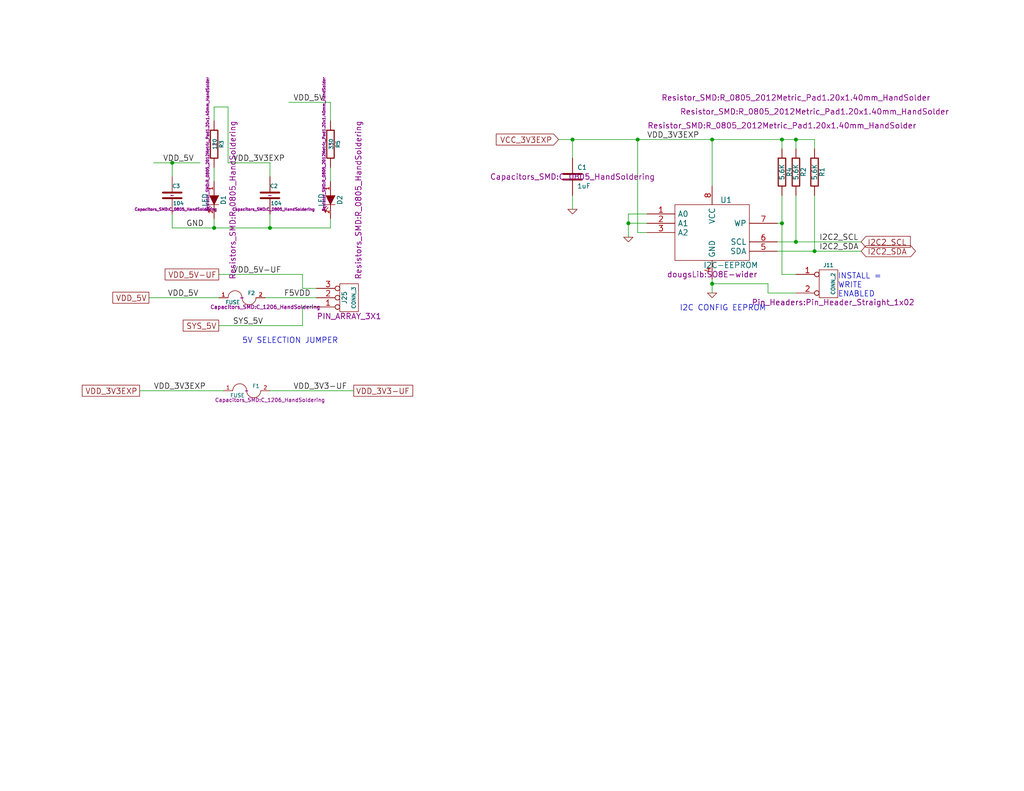
<source format=kicad_sch>
(kicad_sch (version 20211123) (generator eeschema)
  (paper "A")
  (title_block (title "BeagleBone Cape Baseline") (date "24 feb 2015") (rev "X4") (company "Doug Gilliland <doug@douglasgilliland.com>") (comment 1 "https://github.com/douggilliland/"))
  (lib_symbols
    (symbol "BBB-GVS-4-rescue:C-RESCUE-BBB-GVS-3" (pin_numbers hide) (pin_names (offset 0.254))
      (property "Reference" "C" (at 1.27 2.54 0))
      (property "Value" "C-RESCUE-BBB-GVS-3" (at 1.27 -2.54 0))
      (symbol "C-RESCUE-BBB-GVS-3_0_1"
        (polyline (pts (xy -2.54 -0.762) (xy 2.54 -0.762)) (stroke (width 0.508)))
        (polyline (pts (xy -2.54 0.762) (xy 2.54 0.762)) (stroke (width 0.508)))
      )
      (symbol "C-RESCUE-BBB-GVS-3_1_1"
        (pin passive line (at 0 5.08 270) (length 4.318) (name "~") (number "1"))
        (pin passive line (at 0 -5.08 90) (length 4.318) (name "~") (number "2"))
      )
    )
    (symbol "BBB-GVS-4-rescue:CONN_2" (pin_names (offset 1.016) hide)
      (property "Reference" "P" (at -1.27 0 90))
      (property "Value" "CONN_2" (at 1.27 0 90))
      (symbol "CONN_2_0_1"
        (rectangle (start -2.54 3.81) (end 2.54 -3.81))
      )
      (symbol "CONN_2_1_1"
        (pin passive inverted (at -8.89 2.54 0) (length 6.35) (name "P1") (number "1"))
        (pin passive inverted (at -8.89 -2.54 0) (length 6.35) (name "PM") (number "2"))
      )
    )
    (symbol "BBB-GVS-4-rescue:CONN_3" (pin_names (offset 1.016) hide)
      (property "Reference" "K" (at -1.27 0 90))
      (property "Value" "CONN_3" (at 1.27 0 90))
      (symbol "CONN_3_0_1"
        (rectangle (start -2.54 3.81) (end 2.54 -3.81))
      )
      (symbol "CONN_3_1_1"
        (pin passive inverted (at -8.89 2.54 0) (length 6.35) (name "P1") (number "1"))
        (pin passive inverted (at -8.89 0 0) (length 6.35) (name "PM") (number "2"))
        (pin passive inverted (at -8.89 -2.54 0) (length 6.35) (name "P3") (number "3"))
      )
    )
    (symbol "BBB-GVS-4-rescue:FUSE" (pin_names (offset 0.254))
      (property "Reference" "F" (at 2.54 1.27 0))
      (property "Value" "FUSE" (at -2.54 -1.27 0))
      (symbol "FUSE_0_1"
        (arc (start 0 0) (mid -1.905 1.905) (end -3.81 0))
        (arc (start 0 0) (mid 1.905 -1.905) (end 3.81 0))
      )
      (symbol "FUSE_1_1"
        (pin input line (at -6.35 0 0) (length 2.54) (name "~") (number "1"))
        (pin input line (at 6.35 0 180) (length 2.54) (name "~") (number "2"))
      )
    )
    (symbol "BBB-GVS-4-rescue:GND-RESCUE-BBB-GVS-3" (power) (pin_names (offset 0))
      (symbol "GND-RESCUE-BBB-GVS-3_0_1"
        (polyline (pts (xy -1.27 0) (xy 0 -1.27) (xy 1.27 0) (xy -1.27 0)))
      )
      (symbol "GND-RESCUE-BBB-GVS-3_1_1"
        (pin power_in line (at 0 0 90) (length 0) hide (name "GND") (number "1"))
      )
    )
    (symbol "BBB-GVS-4-rescue:I2C-EEPROM" (pin_names (offset 0.762))
      (property "Reference" "U" (at 3.81 8.89 0))
      (property "Value" "I2C-EEPROM" (at 8.89 -8.89 0))
      (symbol "I2C-EEPROM_0_0"
        (pin power_in line (at 0 -12.7 90) (length 5.08) (name "GND") (number "4"))
        (pin power_in line (at 0 12.7 270) (length 5.08) (name "VCC") (number "8"))
      )
      (symbol "I2C-EEPROM_0_1"
        (rectangle (start -10.16 -7.62) (end 10.16 7.62))
      )
      (symbol "I2C-EEPROM_1_1"
        (pin input line (at -17.78 5.08 0) (length 7.62) (name "A0") (number "1"))
        (pin input line (at -17.78 2.54 0) (length 7.62) (name "A1") (number "2"))
        (pin input line (at -17.78 0 0) (length 7.62) (name "A2") (number "3"))
        (pin bidirectional line (at 17.78 -5.08 180) (length 7.62) (name "SDA") (number "5"))
        (pin input line (at 17.78 -2.54 180) (length 7.62) (name "SCL") (number "6"))
        (pin input line (at 17.78 2.54 180) (length 7.62) (name "WP") (number "7"))
      )
    )
    (symbol "BBB-GVS-4-rescue:LED-RESCUE-BBB-GVS-3" (pin_names (offset 1.016) hide)
      (property "Reference" "D" (at 0 2.54 0))
      (property "Value" "LED-RESCUE-BBB-GVS-3" (at 0 -2.54 0))
      (symbol "LED-RESCUE-BBB-GVS-3_0_1"
        (polyline (pts (xy 1.27 1.27) (xy 1.27 -1.27)))
        (polyline (pts (xy -1.27 1.27) (xy 1.27 0) (xy -1.27 -1.27)) (fill (type outline)))
        (polyline (pts (xy 1.651 -1.016) (xy 2.794 -2.032) (xy 2.667 -1.397)))
        (polyline (pts (xy 2.032 -0.635) (xy 3.175 -1.651) (xy 3.048 -1.016)))
      )
      (symbol "LED-RESCUE-BBB-GVS-3_1_1"
        (pin passive line (at -5.08 0 0) (length 3.81) (name "A") (number "1"))
        (pin passive line (at 5.08 0 180) (length 3.81) (name "K") (number "2"))
      )
    )
    (symbol "BBB-GVS-4-rescue:R-RESCUE-BBB-GVS-3" (pin_numbers hide) (pin_names (offset 0))
      (property "Reference" "R" (at 2.032 0 90))
      (property "Value" "R-RESCUE-BBB-GVS-3" (at 0 0 90))
      (symbol "R-RESCUE-BBB-GVS-3_0_1"
        (rectangle (start -1.016 3.81) (end 1.016 -3.81) (stroke (width 0.3048)))
      )
      (symbol "R-RESCUE-BBB-GVS-3_1_1"
        (pin passive line (at 0 6.35 270) (length 2.54) (name "~") (number "1"))
        (pin passive line (at 0 -6.35 90) (length 2.54) (name "~") (number "2"))
      )
    )
  )
  (junction (at 194.31 38.1))
  (junction (at 217.17 38.1))
  (junction (at 213.36 60.96))
  (junction (at 194.31 77.47))
  (junction (at 173.99 38.1))
  (junction (at 213.36 38.1))
  (junction (at 217.17 66.04))
  (junction (at 73.66 62.23))
  (junction (at 171.45 60.96))
  (junction (at 46.99 44.45))
  (junction (at 156.21 38.1))
  (junction (at 58.42 62.23))
  (junction (at 222.25 68.58))
  (wire (pts (xy 62.23 44.45) (xy 73.66 44.45)))
  (wire (pts (xy 194.31 76.2) (xy 194.31 77.47)))
  (wire (pts (xy 213.36 74.93) (xy 217.17 74.93)))
  (wire (pts (xy 73.66 62.23) (xy 90.17 62.23)))
  (wire (pts (xy 58.42 62.23) (xy 73.66 62.23)))
  (wire (pts (xy 38.1 106.68) (xy 60.96 106.68)))
  (wire (pts (xy 176.53 58.42) (xy 171.45 58.42)))
  (wire (pts (xy 62.23 29.21) (xy 58.42 29.21)))
  (wire (pts (xy 173.99 38.1) (xy 194.31 38.1)))
  (wire (pts (xy 82.55 88.9) (xy 59.69 88.9)))
  (wire (pts (xy 62.23 44.45) (xy 62.23 29.21)))
  (wire (pts (xy 171.45 58.42) (xy 171.45 60.96)))
  (wire (pts (xy 209.55 80.01) (xy 217.17 80.01)))
  (wire (pts (xy 73.66 62.23) (xy 73.66 58.42)))
  (wire (pts (xy 212.09 68.58) (xy 222.25 68.58)))
  (wire (pts (xy 82.55 74.93) (xy 59.69 74.93)))
  (wire (pts (xy 213.36 40.64) (xy 213.36 38.1)))
  (wire (pts (xy 194.31 77.47) (xy 209.55 77.47)))
  (wire (pts (xy 176.53 60.96) (xy 171.45 60.96)))
  (wire (pts (xy 152.4 38.1) (xy 156.21 38.1)))
  (wire (pts (xy 156.21 53.34) (xy 156.21 57.15)))
  (wire (pts (xy 171.45 60.96) (xy 171.45 64.77)))
  (wire (pts (xy 82.55 83.82) (xy 82.55 88.9)))
  (wire (pts (xy 90.17 45.72) (xy 90.17 49.53)))
  (wire (pts (xy 86.36 78.74) (xy 82.55 78.74)))
  (wire (pts (xy 46.99 44.45) (xy 46.99 48.26)))
  (wire (pts (xy 41.91 44.45) (xy 46.99 44.45)))
  (wire (pts (xy 58.42 62.23) (xy 58.42 59.69)))
  (wire (pts (xy 217.17 40.64) (xy 217.17 38.1)))
  (wire (pts (xy 176.53 63.5) (xy 173.99 63.5)))
  (wire (pts (xy 217.17 53.34) (xy 217.17 66.04)))
  (wire (pts (xy 213.36 60.96) (xy 213.36 74.93)))
  (wire (pts (xy 194.31 50.8) (xy 194.31 38.1)))
  (wire (pts (xy 217.17 38.1) (xy 222.25 38.1)))
  (wire (pts (xy 73.66 106.68) (xy 96.52 106.68)))
  (wire (pts (xy 46.99 44.45) (xy 54.61 44.45)))
  (wire (pts (xy 86.36 83.82) (xy 82.55 83.82)))
  (wire (pts (xy 73.66 44.45) (xy 73.66 48.26)))
  (wire (pts (xy 194.31 77.47) (xy 194.31 80.01)))
  (wire (pts (xy 222.25 53.34) (xy 222.25 68.58)))
  (wire (pts (xy 156.21 38.1) (xy 173.99 38.1)))
  (wire (pts (xy 90.17 27.94) (xy 90.17 33.02)))
  (wire (pts (xy 217.17 66.04) (xy 234.95 66.04)))
  (wire (pts (xy 156.21 38.1) (xy 156.21 43.18)))
  (wire (pts (xy 212.09 66.04) (xy 217.17 66.04)))
  (wire (pts (xy 213.36 38.1) (xy 217.17 38.1)))
  (wire (pts (xy 222.25 68.58) (xy 234.95 68.58)))
  (wire (pts (xy 40.64 81.28) (xy 59.69 81.28)))
  (wire (pts (xy 46.99 62.23) (xy 58.42 62.23)))
  (wire (pts (xy 173.99 63.5) (xy 173.99 38.1)))
  (wire (pts (xy 82.55 78.74) (xy 82.55 74.93)))
  (wire (pts (xy 58.42 33.02) (xy 58.42 29.21)))
  (wire (pts (xy 58.42 45.72) (xy 58.42 49.53)))
  (wire (pts (xy 209.55 77.47) (xy 209.55 80.01)))
  (wire (pts (xy 90.17 62.23) (xy 90.17 59.69)))
  (wire (pts (xy 46.99 58.42) (xy 46.99 62.23)))
  (wire (pts (xy 212.09 60.96) (xy 213.36 60.96)))
  (wire (pts (xy 222.25 38.1) (xy 222.25 40.64)))
  (wire (pts (xy 213.36 53.34) (xy 213.36 60.96)))
  (wire (pts (xy 78.74 27.94) (xy 90.17 27.94)))
  (wire (pts (xy 86.36 81.28) (xy 72.39 81.28)))
  (wire (pts (xy 194.31 38.1) (xy 213.36 38.1)))
  (text "I2C CONFIG EEPROM" (at 185.42 85.09 0) (effects (font (size 1.524 1.524)) (justify left bottom)))
  (text "5V SELECTION JUMPER" (at 66.04 93.98 0) (effects (font (size 1.524 1.524)) (justify left bottom)))
  (text "INSTALL = \nWRITE \nENABLED" (at 228.6 81.28 0) (effects (font (size 1.524 1.524)) (justify left bottom)))
  (label "VDD_5V" (at 80.01 27.94 0) (effects (font (size 1.524 1.524))))
  (label "I2C2_SCL" (at 223.52 66.04 0) (effects (font (size 1.524 1.524))))
  (label "VDD_3V3EXP" (at 176.53 38.1 0) (effects (font (size 1.524 1.524))))
  (label "VDD_5V" (at 44.45 44.45 0) (effects (font (size 1.524 1.524))))
  (label "VDD_3V3-UF" (at 80.01 106.68 0) (effects (font (size 1.524 1.524))))
  (label "VDD_5V" (at 45.72 81.28 0) (effects (font (size 1.524 1.524))))
  (label "VDD_3V3EXP" (at 63.5 44.45 0) (effects (font (size 1.524 1.524))))
  (label "SYS_5V" (at 63.5 88.9 0) (effects (font (size 1.524 1.524))))
  (label "GND" (at 50.8 62.23 0) (effects (font (size 1.524 1.524))))
  (label "F5VDD" (at 77.47 81.28 0) (effects (font (size 1.524 1.524))))
  (label "I2C2_SDA" (at 223.52 68.58 0) (effects (font (size 1.524 1.524))))
  (label "VDD_5V-UF" (at 63.5 74.93 0) (effects (font (size 1.524 1.524))))
  (label "VDD_3V3EXP" (at 41.91 106.68 0) (effects (font (size 1.524 1.524))))
  (global_label "I2C2_SDA" (shape bidirectional) (at 234.95 68.58 0) (effects (font (size 1.524 1.524))) (property "Intersheet References" "${INTERSHEET_REFS}" (effects hide)))
  (global_label "VDD_5V" (shape passive) (at 40.64 81.28 180) (effects (font (size 1.524 1.524))) (property "Intersheet References" "${INTERSHEET_REFS}" (effects hide)))
  (global_label "I2C2_SCL" (shape input) (at 234.95 66.04 0) (effects (font (size 1.524 1.524))) (property "Intersheet References" "${INTERSHEET_REFS}" (effects hide)))
  (global_label "VDD_3V3-UF" (shape passive) (at 96.52 106.68 0) (effects (font (size 1.524 1.524))) (property "Intersheet References" "${INTERSHEET_REFS}" (effects hide)))
  (global_label "VCC_3V3EXP" (shape input) (at 152.4 38.1 180) (effects (font (size 1.524 1.524))) (property "Intersheet References" "${INTERSHEET_REFS}" (effects hide)))
  (global_label "VDD_5V-UF" (shape passive) (at 59.69 74.93 180) (effects (font (size 1.524 1.524))) (property "Intersheet References" "${INTERSHEET_REFS}" (effects hide)))
  (global_label "VDD_3V3EXP" (shape passive) (at 38.1 106.68 180) (effects (font (size 1.524 1.524))) (property "Intersheet References" "${INTERSHEET_REFS}" (effects hide)))
  (global_label "SYS_5V" (shape passive) (at 59.69 88.9 180) (effects (font (size 1.524 1.524))) (property "Intersheet References" "${INTERSHEET_REFS}" (effects hide)))
  (symbol (lib_id "BBB-GVS-4-rescue:R-RESCUE-BBB-GVS-3") (at 217.17 46.99 0) (unit 1)
    (property "Reference" "R2" (at 219.202 46.99 90))
    (property "Value" "5.6K" (at 217.17 46.99 90))
    (property "Footprint" "Resistor_SMD:R_0805_2012Metric_Pad1.20x1.40mm_HandSolder" (at 217.17 26.67 0) (effects (font (size 1.524 1.524))))
  )
  (symbol (lib_id "BBB-GVS-4-rescue:R-RESCUE-BBB-GVS-3") (at 222.25 46.99 0) (unit 1)
    (property "Reference" "R1" (at 224.282 46.99 90))
    (property "Value" "5.6K" (at 222.25 46.99 90))
    (property "Footprint" "Resistor_SMD:R_0805_2012Metric_Pad1.20x1.40mm_HandSolder" (at 222.25 30.48 0) (effects (font (size 1.524 1.524))))
  )
  (symbol (lib_id "BBB-GVS-4-rescue:C-RESCUE-BBB-GVS-3") (at 156.21 48.26 0) (unit 1)
    (property "Reference" "C1" (at 157.48 45.72 0) (effects (justify left)))
    (property "Value" "1uF" (at 157.48 50.8 0) (effects (justify left)))
    (property "Footprint" "Capacitors_SMD:C_0805_HandSoldering" (at 156.21 48.26 0) (effects (font (size 1.524 1.524))))
  )
  (symbol (lib_id "BBB-GVS-4-rescue:FUSE") (at 66.04 81.28 0) (unit 1)
    (property "Reference" "F2" (at 68.58 80.01 0) (effects (font (size 1.016 1.016))))
    (property "Value" "FUSE" (at 63.5 82.55 0) (effects (font (size 1.016 1.016))))
    (property "Footprint" "Capacitors_SMD:C_1206_HandSoldering" (at 72.39 83.82 0) (effects (font (size 1.016 1.016))))
    (property "Datasheet" "~" (at 66.04 81.28 0) (effects (font (size 1.524 1.524))))
  )
  (symbol (lib_id "BBB-GVS-4-rescue:C-RESCUE-BBB-GVS-3") (at 46.99 53.34 0) (unit 1)
    (property "Reference" "C3" (at 46.99 50.8 0) (effects (font (size 1.016 1.016)) (justify left)))
    (property "Value" "104" (at 47.1424 55.499 0) (effects (font (size 1.016 1.016)) (justify left)))
    (property "Footprint" "Capacitors_SMD:C_0805_HandSoldering" (at 47.9552 57.15 0) (effects (font (size 0.762 0.762))))
    (property "Datasheet" "~" (at 46.99 53.34 0) (effects (font (size 1.524 1.524))))
  )
  (symbol (lib_id "BBB-GVS-4-rescue:C-RESCUE-BBB-GVS-3") (at 73.66 53.34 0) (unit 1)
    (property "Reference" "C2" (at 73.66 50.8 0) (effects (font (size 1.016 1.016)) (justify left)))
    (property "Value" "104" (at 73.8124 55.499 0) (effects (font (size 1.016 1.016)) (justify left)))
    (property "Footprint" "Capacitors_SMD:C_0805_HandSoldering" (at 74.6252 57.15 0) (effects (font (size 0.762 0.762))))
    (property "Datasheet" "~" (at 73.66 53.34 0) (effects (font (size 1.524 1.524))))
  )
  (symbol (lib_id "BBB-GVS-4-rescue:LED-RESCUE-BBB-GVS-3") (at 90.17 54.61 270) (unit 1)
    (property "Reference" "D2" (at 92.71 54.61 0))
    (property "Value" "LED" (at 87.63 54.61 0))
    (property "Footprint" "Resistors_SMD:R_0805_HandSoldering" (at 97.79 54.61 0) (effects (font (size 1.524 1.524))))
    (property "Datasheet" "~" (at 90.17 54.61 0) (effects (font (size 1.524 1.524))))
  )
  (symbol (lib_id "BBB-GVS-4-rescue:R-RESCUE-BBB-GVS-3") (at 90.17 39.37 0) (unit 1)
    (property "Reference" "R5" (at 92.202 39.37 90) (effects (font (size 1.016 1.016))))
    (property "Value" "330" (at 90.3478 39.3446 90) (effects (font (size 1.016 1.016))))
    (property "Footprint" "Resistor_SMD:R_0805_2012Metric_Pad1.20x1.40mm_HandSolder" (at 88.392 39.37 90) (effects (font (size 0.762 0.762))))
    (property "Datasheet" "~" (at 90.17 39.37 0) (effects (font (size 0.762 0.762))))
  )
  (symbol (lib_id "BBB-GVS-4-rescue:GND-RESCUE-BBB-GVS-3") (at 194.31 80.01 0) (unit 1)
    (property "Reference" "#U01" (effects hide))
  )
  (symbol (lib_id "BBB-GVS-4-rescue:GND-RESCUE-BBB-GVS-3") (at 156.21 57.15 0) (unit 1)
    (property "Reference" "#U02" (effects hide))
  )
  (symbol (lib_id "BBB-GVS-4-rescue:GND-RESCUE-BBB-GVS-3") (at 171.45 64.77 0) (unit 1)
    (property "Reference" "#U03" (effects hide))
  )
  (symbol (lib_id "BBB-GVS-4-rescue:CONN_3") (at 95.25 81.28 0) (mirror x) (unit 1)
    (property "Reference" "J25" (at 93.98 81.28 90))
    (property "Value" "CONN_3" (at 96.52 81.28 90) (effects (font (size 1.016 1.016))))
    (property "Footprint" "PIN_ARRAY_3X1" (at 95.25 86.36 0) (effects (font (size 1.524 1.524))))
  )
  (symbol (lib_id "BBB-GVS-4-rescue:FUSE") (at 67.31 106.68 0) (unit 1)
    (property "Reference" "F1" (at 69.85 105.41 0) (effects (font (size 1.016 1.016))))
    (property "Value" "FUSE" (at 64.77 107.95 0) (effects (font (size 1.016 1.016))))
    (property "Footprint" "Capacitors_SMD:C_1206_HandSoldering" (at 73.66 109.22 0) (effects (font (size 1.016 1.016))))
    (property "Datasheet" "~" (at 67.31 106.68 0) (effects (font (size 1.524 1.524))))
  )
  (symbol (lib_id "BBB-GVS-4-rescue:LED-RESCUE-BBB-GVS-3") (at 58.42 54.61 270) (unit 1)
    (property "Reference" "D1" (at 60.96 54.61 0))
    (property "Value" "LED" (at 55.88 54.61 0))
    (property "Footprint" "Resistors_SMD:R_0805_HandSoldering" (at 63.5 54.61 0) (effects (font (size 1.524 1.524))))
    (property "Datasheet" "~" (at 58.42 54.61 0) (effects (font (size 1.524 1.524))))
  )
  (symbol (lib_id "BBB-GVS-4-rescue:R-RESCUE-BBB-GVS-3") (at 58.42 39.37 0) (unit 1)
    (property "Reference" "R3" (at 60.452 39.37 90) (effects (font (size 1.016 1.016))))
    (property "Value" "120" (at 58.5978 39.3446 90) (effects (font (size 1.016 1.016))))
    (property "Footprint" "Resistor_SMD:R_0805_2012Metric_Pad1.20x1.40mm_HandSolder" (at 56.642 39.37 90) (effects (font (size 0.762 0.762))))
    (property "Datasheet" "~" (at 58.42 39.37 0) (effects (font (size 0.762 0.762))))
  )
  (symbol (lib_id "BBB-GVS-4-rescue:R-RESCUE-BBB-GVS-3") (at 213.36 46.99 0) (unit 1)
    (property "Reference" "R4" (at 215.392 46.99 90))
    (property "Value" "5.6K" (at 213.36 46.99 90))
    (property "Footprint" "Resistor_SMD:R_0805_2012Metric_Pad1.20x1.40mm_HandSolder" (at 213.36 34.29 0) (effects (font (size 1.524 1.524))))
  )
  (symbol (lib_id "BBB-GVS-4-rescue:CONN_2") (at 226.06 77.47 0) (unit 1)
    (property "Reference" "J11" (at 226.06 72.39 0) (effects (font (size 1.016 1.016))))
    (property "Value" "CONN_2" (at 227.33 77.47 90) (effects (font (size 1.016 1.016))))
    (property "Footprint" "Pin_Headers:Pin_Header_Straight_1x02" (at 227.33 82.55 0) (effects (font (size 1.524 1.524))))
  )
  (symbol (lib_id "BBB-GVS-4-rescue:I2C-EEPROM") (at 194.31 63.5 0) (unit 1)
    (property "Reference" "U1" (at 198.12 54.61 0) (effects (font (size 1.524 1.524))))
    (property "Value" "I2C-EEPROM" (at 199.39 72.39 0) (effects (font (size 1.524 1.524))))
    (property "Footprint" "dougsLib:SO8E-wider" (at 194.31 74.93 0) (effects (font (size 1.524 1.524))))
  )
)
</source>
